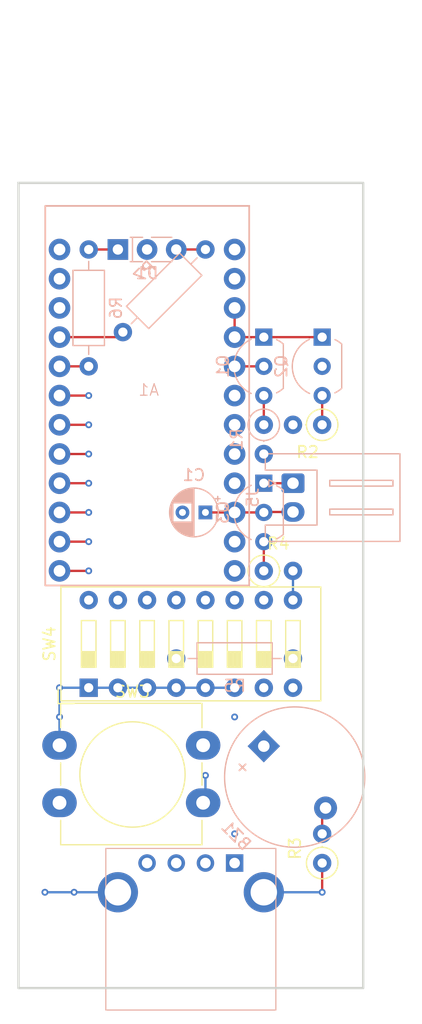
<source format=kicad_pcb>
(kicad_pcb (version 20240108) (generator "pcbnew") (generator_version "8.0")
  (title_block (title "Data Interface Protoboard Example") (rev "V1.0"))
  (layers (0 "F.Cu" signal "F.Bridges") (1 "In1.Cu" signal "F.Wires") (2 "In2.Cu" signal "B.Wires") (31 "B.Cu" signal "B.Bridges") (34 "B.Paste" user) (35 "F.Paste" user) (36 "B.SilkS" user "B.Silkscreen") (37 "F.SilkS" user "F.Silkscreen") (38 "B.Mask" user) (39 "F.Mask" user) (44 "Edge.Cuts" user))
  (net 0 "")
  (net 1 "GND")
  (net 2 "Net-(BZ1-+)")
  (net 3 "Net-(Q1-B)")
  (net 4 "Net-(Q2-B)")
  (net 5 "Net-(Q3-B)")
  (net 6 "/sw1_usb_trigger")
  (net 7 "/sw1_units")
  (net 8 "/sw1_newline")
  (net 9 "/sw1_buzzer")
  (net 10 "/sw1_tab")
  (net 11 "/sw1_space")
  (net 12 "/sw1_comma")
  (net 13 "/sw1_ctrl_a")
  (net 15 "Net-(A1-VCC)")
  (net 19 "Net-(A1-D3{slash}SCL)")
  (net 24 "Net-(A1-D2{slash}SDA)")
  (net 25 "Net-(D1-A2)")
  (net 26 "Net-(D1-A1)")
  (net 27 "Net-(J2-D+)")
  (net 28 "Net-(J2-D-)")
  (net 29 "Net-(A1-PadA3)")
  (net 31 "Net-(BZ1--)")
  (net 32 "Net-(R4-Pad2)")
  (net 33 "Net-(J5-Pin_2)")
  (footprint "Resistor_THT:R_Axial_DIN0207_L6.3mm_D2.5mm_P2.54mm_Vertical" (layer "F.Cu") (at 156.255 104.025)
    (property "Reference" "R4" (at 1.27 -2.37 0) (layer "F.SilkS"))
    (property "Value" "22K")
    (fp_line (start 1.37 0) (end 1.44 0) (stroke (width 0.12)) (layer "F.SilkS"))
    (fp_circle (center 0 0) (end 1.37 0) (stroke (width 0.12)) (fill none) (layer "F.SilkS"))
    (pad "1" thru_hole circle (at 0 0) (size 1.6 1.6) (drill 0.8) (layers "*.Cu" "*.Mask") (net 5 "Net-(Q3-B)"))
    (pad "2" thru_hole oval (at 2.54 0) (size 1.6 1.6) (drill 0.8) (layers "*.Cu" "*.Mask") (net 32 "Net-(R4-Pad2)"))
  )
  (footprint "Resistor_THT:R_Axial_DIN0207_L6.3mm_D2.5mm_P2.54mm_Vertical" (layer "F.Cu") (at 161.335 129.425 90)
    (property "Reference" "R3" (at 1.27 -2.37 90) (layer "F.SilkS"))
    (property "Value" "470")
    (fp_line (start 1.37 0) (end 1.44 0) (stroke (width 0.12)) (layer "F.SilkS"))
    (fp_circle (center 0 0) (end 1.37 0) (stroke (width 0.12)) (fill none) (layer "F.SilkS"))
    (pad "1" thru_hole circle (at 0 0 90) (size 1.6 1.6) (drill 0.8) (layers "*.Cu" "*.Mask") (net 1 "GND"))
    (pad "2" thru_hole oval (at 2.54 0 90) (size 1.6 1.6) (drill 0.8) (layers "*.Cu" "*.Mask") (net 31 "Net-(BZ1--)"))
  )
  (footprint "Button_Switch_THT:SW_PUSH-12mm_Wuerth-430476085716" (layer "F.Cu") (at 138.475 119.185)
    (property "Reference" "SW3" (at 6.35 -4.66 0) (layer "F.SilkS"))
    (property "Value" "SW_Push")
    (fp_line (start 0.1 -3.65) (end 12.4 -3.65) (stroke (width 0.12)) (layer "F.SilkS"))
    (fp_line (start 0.1 -1.53) (end 0.1 -3.65) (stroke (width 0.12)) (layer "F.SilkS"))
    (fp_line (start 0.1 3.47) (end 0.1 1.53) (stroke (width 0.12)) (layer "F.SilkS"))
    (fp_line (start 0.1 8.65) (end 0.1 6.53) (stroke (width 0.12)) (layer "F.SilkS"))
    (fp_line (start 12.4 -3.65) (end 12.4 -1.53) (stroke (width 0.12)) (layer "F.SilkS"))
    (fp_line (start 12.4 1.53) (end 12.4 3.47) (stroke (width 0.12)) (layer "F.SilkS"))
    (fp_line (start 12.4 6.53) (end 12.4 8.65) (stroke (width 0.12)) (layer "F.SilkS"))
    (fp_line (start 12.4 8.65) (end 0.1 8.65) (stroke (width 0.12)) (layer "F.SilkS"))
    (fp_circle (center 6.35 2.54) (end 10.92905 2.54) (stroke (width 0.12)) (fill none) (layer "F.SilkS"))
    (pad "1" thru_hole oval (at 0 0) (size 3 2.5) (drill 1.2) (layers "*.Cu" "*.Mask") (net 1 "GND"))
    (pad "1" thru_hole oval (at 12.5 0) (size 3 2.5) (drill 1.2) (layers "*.Cu" "*.Mask") (net 1 "GND"))
    (pad "2" thru_hole oval (at 0 5) (size 3 2.5) (drill 1.2) (layers "*.Cu" "*.Mask") (net 33 "Net-(J5-Pin_2)"))
    (pad "2" thru_hole oval (at 12.5 5) (size 3 2.5) (drill 1.2) (layers "*.Cu" "*.Mask") (net 33 "Net-(J5-Pin_2)"))
  )
  (footprint "Button_Switch_THT:SW_DIP_SPSTx08_Slide_9.78x22.5mm_W7.62mm_P2.54mm" (layer "F.Cu") (at 141.015 114.185 90)
    (property "Reference" "SW4" (at 3.81 -3.42 90) (layer "F.SilkS"))
    (property "Value" "SW_DIP_x08")
    (fp_line (start -1.38 -2.66) (end 0.004 -2.66) (stroke (width 0.12)) (layer "F.SilkS"))
    (fp_line (start -1.38 -2.66) (end -1.38 -1.277) (stroke (width 0.12)) (layer "F.SilkS"))
    (fp_line (start 8.76 -2.42) (end 8.76 20.201) (stroke (width 0.12)) (layer "F.SilkS"))
    (fp_line (start -1.14 -2.42) (end 8.76 -2.42) (stroke (width 0.12)) (layer "F.SilkS"))
    (fp_line (start -1.14 -2.42) (end -1.14 20.201) (stroke (width 0.12)) (layer "F.SilkS"))
    (fp_line (start 5.84 -0.635) (end 1.78 -0.635) (stroke (width 0.12)) (layer "F.SilkS"))
    (fp_line (start 3.133333 -0.635) (end 3.133333 0.635) (stroke (width 0.12)) (layer "F.SilkS"))
    (fp_line (start 1.78 -0.635) (end 1.78 0.635) (stroke (width 0.12)) (layer "F.SilkS"))
    (fp_line (start 1.78 -0.515) (end 3.133333 -0.515) (stroke (width 0.12)) (layer "F.SilkS"))
    (fp_line (start 1.78 -0.395) (end 3.133333 -0.395) (stroke (width 0.12)) (layer "F.SilkS"))
    (fp_line (start 1.78 -0.275) (end 3.133333 -0.275) (stroke (width 0.12)) (layer "F.SilkS"))
    (fp_line (start 1.78 -0.155) (end 3.133333 -0.155) (stroke (width 0.12)) (layer "F.SilkS"))
    (fp_line (start 1.78 -0.035) (end 3.133333 -0.035) (stroke (width 0.12)) (layer "F.SilkS"))
    (fp_line (start 1.78 0.085) (end 3.133333 0.085) (stroke (width 0.12)) (layer "F.SilkS"))
    (fp_line (start 1.78 0.205) (end 3.133333 0.205) (stroke (width 0.12)) (layer "F.SilkS"))
    (fp_line (start 1.78 0.325) (end 3.133333 0.325) (stroke (width 0.12)) (layer "F.SilkS"))
    (fp_line (start 1.78 0.445) (end 3.133333 0.445) (stroke (width 0.12)) (layer "F.SilkS"))
    (fp_line (start 1.78 0.565) (end 3.133333 0.565) (stroke (width 0.12)) (layer "F.SilkS"))
    (fp_line (start 5.84 0.635) (end 5.84 -0.635) (stroke (width 0.12)) (layer "F.SilkS"))
    (fp_line (start 1.78 0.635) (end 5.84 0.635) (stroke (width 0.12)) (layer "F.SilkS"))
    (fp_line (start 5.84 1.905) (end 1.78 1.905) (stroke (width 0.12)) (layer "F.SilkS"))
    (fp_line (start 3.133333 1.905) (end 3.133333 3.175) (stroke (width 0.12)) (layer "F.SilkS"))
    (fp_line (start 1.78 1.905) (end 1.78 3.175) (stroke (width 0.12)) (layer "F.SilkS"))
    (fp_line (start 1.78 2.025) (end 3.133333 2.025) (stroke (width 0.12)) (layer "F.SilkS"))
    (fp_line (start 1.78 2.145) (end 3.133333 2.145) (stroke (width 0.12)) (layer "F.SilkS"))
    (fp_line (start 1.78 2.265) (end 3.133333 2.265) (stroke (width 0.12)) (layer "F.SilkS"))
    (fp_line (start 1.78 2.385) (end 3.133333 2.385) (stroke (width 0.12)) (layer "F.SilkS"))
    (fp_line (start 1.78 2.505) (end 3.133333 2.505) (stroke (width 0.12)) (layer "F.SilkS"))
    (fp_line (start 1.78 2.625) (end 3.133333 2.625) (stroke (width 0.12)) (layer "F.SilkS"))
    (fp_line (start 1.78 2.745) (end 3.133333 2.745) (stroke (width 0.12)) (layer "F.SilkS"))
    (fp_line (start 1.78 2.865) (end 3.133333 2.865) (stroke (width 0.12)) (layer "F.SilkS"))
    (fp_line (start 1.78 2.985) (end 3.133333 2.985) (stroke (width 0.12)) (layer "F.SilkS"))
    (fp_line (start 1.78 3.105) (end 3.133333 3.105) (stroke (width 0.12)) (layer "F.SilkS"))
    (fp_line (start 5.84 3.175) (end 5.84 1.905) (stroke (width 0.12)) (layer "F.SilkS"))
    (fp_line (start 1.78 3.175) (end 5.84 3.175) (stroke (width 0.12)) (layer "F.SilkS"))
    (fp_line (start 5.84 4.445) (end 1.78 4.445) (stroke (width 0.12)) (layer "F.SilkS"))
    (fp_line (start 3.133333 4.445) (end 3.133333 5.715) (stroke (width 0.12)) (layer "F.SilkS"))
    (fp_line (start 1.78 4.445) (end 1.78 5.715) (stroke (width 0.12)) (layer "F.SilkS"))
    (fp_line (start 1.78 4.565) (end 3.133333 4.565) (stroke (width 0.12)) (layer "F.SilkS"))
    (fp_line (start 1.78 4.685) (end 3.133333 4.685) (stroke (width 0.12)) (layer "F.SilkS"))
    (fp_line (start 1.78 4.805) (end 3.133333 4.805) (stroke (width 0.12)) (layer "F.SilkS"))
    (fp_line (start 1.78 4.925) (end 3.133333 4.925) (stroke (width 0.12)) (layer "F.SilkS"))
    (fp_line (start 1.78 5.045) (end 3.133333 5.045) (stroke (width 0.12)) (layer "F.SilkS"))
    (fp_line (start 1.78 5.165) (end 3.133333 5.165) (stroke (width 0.12)) (layer "F.SilkS"))
    (fp_line (start 1.78 5.285) (end 3.133333 5.285) (stroke (width 0.12)) (layer "F.SilkS"))
    (fp_line (start 1.78 5.405) (end 3.133333 5.405) (stroke (width 0.12)) (layer "F.SilkS"))
    (fp_line (start 1.78 5.525) (end 3.133333 5.525) (stroke (width 0.12)) (layer "F.SilkS"))
    (fp_line (start 1.78 5.645) (end 3.133333 5.645) (stroke (width 0.12)) (layer "F.SilkS"))
    (fp_line (start 5.84 5.715) (end 5.84 4.445) (stroke (width 0.12)) (layer "F.SilkS"))
    (fp_line (start 1.78 5.715) (end 5.84 5.715) (stroke (width 0.12)) (layer "F.SilkS"))
    (fp_line (start 5.84 6.985) (end 1.78 6.985) (stroke (width 0.12)) (layer "F.SilkS"))
    (fp_line (start 3.133333 6.985) (end 3.133333 8.255) (stroke (width 0.12)) (layer "F.SilkS"))
    (fp_line (start 1.78 6.985) (end 1.78 8.255) (stroke (width 0.12)) (layer "F.SilkS"))
    (fp_line (start 1.78 7.105) (end 3.133333 7.105) (stroke (width 0.12)) (layer "F.SilkS"))
    (fp_line (start 1.78 7.225) (end 3.133333 7.225) (stroke (width 0.12)) (layer "F.SilkS"))
    (fp_line (start 1.78 7.345) (end 3.133333 7.345) (stroke (width 0.12)) (layer "F.SilkS"))
    (fp_line (start 1.78 7.465) (end 3.133333 7.465) (stroke (width 0.12)) (layer "F.SilkS"))
    (fp_line (start 1.78 7.585) (end 3.133333 7.585) (stroke (width 0.12)) (layer "F.SilkS"))
    (fp_line (start 1.78 7.705) (end 3.133333 7.705) (stroke (width 0.12)) (layer "F.SilkS"))
    (fp_line (start 1.78 7.825) (end 3.133333 7.825) (stroke (width 0.12)) (layer "F.SilkS"))
    (fp_line (start 1.78 7.945) (end 3.133333 7.945) (stroke (width 0.12)) (layer "F.SilkS"))
    (fp_line (start 1.78 8.065) (end 3.133333 8.065) (stroke (width 0.12)) (layer "F.SilkS"))
    (fp_line (start 1.78 8.185) (end 3.133333 8.185) (stroke (width 0.12)) (layer "F.SilkS"))
    (fp_line (start 5.84 8.255) (end 5.84 6.985) (stroke (width 0.12)) (layer "F.SilkS"))
    (fp_line (start 1.78 8.255) (end 5.84 8.255) (stroke (width 0.12)) (layer "F.SilkS"))
    (fp_line (start 5.84 9.525) (end 1.78 9.525) (stroke (width 0.12)) (layer "F.SilkS"))
    (fp_line (start 3.133333 9.525) (end 3.133333 10.795) (stroke (width 0.12)) (layer "F.SilkS"))
    (fp_line (start 1.78 9.525) (end 1.78 10.795) (stroke (width 0.12)) (layer "F.SilkS"))
    (fp_line (start 1.78 9.645) (end 3.133333 9.645) (stroke (width 0.12)) (layer "F.SilkS"))
    (fp_line (start 1.78 9.765) (end 3.133333 9.765) (stroke (width 0.12)) (layer "F.SilkS"))
    (fp_line (start 1.78 9.885) (end 3.133333 9.885) (stroke (width 0.12)) (layer "F.SilkS"))
    (fp_line (start 1.78 10.005) (end 3.133333 10.005) (stroke (width 0.12)) (layer "F.SilkS"))
    (fp_line (start 1.78 10.125) (end 3.133333 10.125) (stroke (width 0.12)) (layer "F.SilkS"))
    (fp_line (start 1.78 10.245) (end 3.133333 10.245) (stroke (width 0.12)) (layer "F.SilkS"))
    (fp_line (start 1.78 10.365) (end 3.133333 10.365) (stroke (width 0.12)) (layer "F.SilkS"))
    (fp_line (start 1.78 10.485) (end 3.133333 10.485) (stroke (width 0.12)) (layer "F.SilkS"))
    (fp_line (start 1.78 10.605) (end 3.133333 10.605) (stroke (width 0.12)) (layer "F.SilkS"))
    (fp_line (start 1.78 10.725) (end 3.133333 10.725) (stroke (width 0.12)) (layer "F.SilkS"))
    (fp_line (start 5.84 10.795) (end 5.84 9.525) (stroke (width 0.12)) (layer "F.SilkS"))
    (fp_line (start 1.78 10.795) (end 5.84 10.795) (stroke (width 0.12)) (layer "F.SilkS"))
    (fp_line (start 5.84 12.065) (end 1.78 12.065) (stroke (width 0.12)) (layer "F.SilkS"))
    (fp_line (start 3.133333 12.065) (end 3.133333 13.335) (stroke (width 0.12)) (layer "F.SilkS"))
    (fp_line (start 1.78 12.065) (end 1.78 13.335) (stroke (width 0.12)) (layer "F.SilkS"))
    (fp_line (start 1.78 12.185) (end 3.133333 12.185) (stroke (width 0.12)) (layer "F.SilkS"))
    (fp_line (start 1.78 12.305) (end 3.133333 12.305) (stroke (width 0.12)) (layer "F.SilkS"))
    (fp_line (start 1.78 12.425) (end 3.133333 12.425) (stroke (width 0.12)) (layer "F.SilkS"))
    (fp_line (start 1.78 12.545) (end 3.133333 12.545) (stroke (width 0.12)) (layer "F.SilkS"))
    (fp_line (start 1.78 12.665) (end 3.133333 12.665) (stroke (width 0.12)) (layer "F.SilkS"))
    (fp_line (start 1.78 12.785) (end 3.133333 12.785) (stroke (width 0.12)) (layer "F.SilkS"))
    (fp_line (start 1.78 12.905) (end 3.133333 12.905) (stroke (width 0.12)) (layer "F.SilkS"))
    (fp_line (start 1.78 13.025) (end 3.133333 13.025) (stroke (width 0.12)) (layer "F.SilkS"))
    (fp_line (start 1.78 13.145) (end 3.133333 13.145) (stroke (width 0.12)) (layer "F.SilkS"))
    (fp_line (start 1.78 13.265) (end 3.133333 13.265) (stroke (width 0.12)) (layer "F.SilkS"))
    (fp_line (start 5.84 13.335) (end 5.84 12.065) (stroke (width 0.12)) (layer "F.SilkS"))
    (fp_line (start 1.78 13.335) (end 5.84 13.335) (stroke (width 0.12)) (layer "F.SilkS"))
    (fp_line (start 5.84 14.605) (end 1.78 14.605) (stroke (width 0.12)) (layer "F.SilkS"))
    (fp_line (start 3.133333 14.605) (end 3.133333 15.875) (stroke (width 0.12)) (layer "F.SilkS"))
    (fp_line (start 1.78 14.605) (end 1.78 15.875) (stroke (width 0.12)) (layer "F.SilkS"))
    (fp_line (start 1.78 14.725) (end 3.133333 14.725) (stroke (width 0.12)) (layer "F.SilkS"))
    (fp_line (start 1.78 14.845) (end 3.133333 14.845) (stroke (width 0.12)) (layer "F.SilkS"))
    (fp_line (start 1.78 14.965) (end 3.133333 14.965) (stroke (width 0.12)) (layer "F.SilkS"))
    (fp_line (start 1.78 15.085) (end 3.133333 15.085) (stroke (width 0.12)) (layer "F.SilkS"))
    (fp_line (start 1.78 15.205) (end 3.133333 15.205) (stroke (width 0.12)) (layer "F.SilkS"))
    (fp_line (start 1.78 15.325) (end 3.133333 15.325) (stroke (width 0.12)) (layer "F.SilkS"))
    (fp_line (start 1.78 15.445) (end 3.133333 15.445) (stroke (width 0.12)) (layer "F.SilkS"))
    (fp_line (start 1.78 15.565) (end 3.133333 15.565) (stroke (width 0.12)) (layer "F.SilkS"))
    (fp_line (start 1.78 15.685) (end 3.133333 15.685) (stroke (width 0.12)) (layer "F.SilkS"))
    (fp_line (start 1.78 15.805) (end 3.133333 15.805) (stroke (width 0.12)) (layer "F.SilkS"))
    (fp_line (start 5.84 15.875) (end 5.84 14.605) (stroke (width 0.12)) (layer "F.SilkS"))
    (fp_line (start 1.78 15.875) (end 5.84 15.875) (stroke (width 0.12)) (layer "F.SilkS"))
    (fp_line (start 5.84 17.145) (end 1.78 17.145) (stroke (width 0.12)) (layer "F.SilkS"))
    (fp_line (start 3.133333 17.145) (end 3.133333 18.415) (stroke (width 0.12)) (layer "F.SilkS"))
    (fp_line (start 1.78 17.145) (end 1.78 18.415) (stroke (width 0.12)) (layer "F.SilkS"))
    (fp_line (start 1.78 17.265) (end 3.133333 17.265) (stroke (width 0.12)) (layer "F.SilkS"))
    (fp_line (start 1.78 17.385) (end 3.133333 17.385) (stroke (width 0.12)) (layer "F.SilkS"))
    (fp_line (start 1.78 17.505) (end 3.133333 17.505) (stroke (width 0.12)) (layer "F.SilkS"))
    (fp_line (start 1.78 17.625) (end 3.133333 17.625) (stroke (width 0.12)) (layer "F.SilkS"))
    (fp_line (start 1.78 17.745) (end 3.133333 17.745) (stroke (width 0.12)) (layer "F.SilkS"))
    (fp_line (start 1.78 17.865) (end 3.133333 17.865) (stroke (width 0.12)) (layer "F.SilkS"))
    (fp_line (start 1.78 17.985) (end 3.133333 17.985) (stroke (width 0.12)) (layer "F.SilkS"))
    (fp_line (start 1.78 18.105) (end 3.133333 18.105) (stroke (width 0.12)) (layer "F.SilkS"))
    (fp_line (start 1.78 18.225) (end 3.133333 18.225) (stroke (width 0.12)) (layer "F.SilkS"))
    (fp_line (start 1.78 18.345) (end 3.133333 18.345) (stroke (width 0.12)) (layer "F.SilkS"))
    (fp_line (start 5.84 18.415) (end 5.84 17.145) (stroke (width 0.12)) (layer "F.SilkS"))
    (fp_line (start 1.78 18.415) (end 5.84 18.415) (stroke (width 0.12)) (layer "F.SilkS"))
    (fp_line (start -1.14 20.201) (end 8.76 20.201) (stroke (width 0.12)) (layer "F.SilkS"))
    (pad "1" thru_hole rect (at 0 0 90) (size 1.6 1.6) (drill 0.8) (layers "*.Cu" "*.Mask") (net 1 "GND"))
    (pad "2" thru_hole oval (at 0 2.54 90) (size 1.6 1.6) (drill 0.8) (layers "*.Cu" "*.Mask") (net 1 "GND"))
    (pad "3" thru_hole oval (at 0 5.08 90) (size 1.6 1.6) (drill 0.8) (layers "*.Cu" "*.Mask") (net 1 "GND"))
    (pad "4" thru_hole oval (at 0 7.62 90) (size 1.6 1.6) (drill 0.8) (layers "*.Cu" "*.Mask") (net 1 "GND"))
    (pad "5" thru_hole oval (at 0 10.16 90) (size 1.6 1.6) (drill 0.8) (layers "*.Cu" "*.Mask") (net 1 "GND"))
    (pad "6" thru_hole oval (at 0 12.7 90) (size 1.6 1.6) (drill 0.8) (layers "*.Cu" "*.Mask") (net 1 "GND"))
    (pad "7" thru_hole oval (at 0 15.24 90) (size 1.6 1.6) (drill 0.8) (layers "*.Cu" "*.Mask") (net 2 "Net-(BZ1-+)"))
    (pad "8" thru_hole oval (at 0 17.78 90) (size 1.6 1.6) (drill 0.8) (layers "*.Cu" "*.Mask") (net 6 "/sw1_usb_trigger"))
    (pad "9" thru_hole oval (at 7.62 17.78 90) (size 1.6 1.6) (drill 0.8) (layers "*.Cu" "*.Mask") (net 32 "Net-(R4-Pad2)"))
    (pad "10" thru_hole oval (at 7.62 15.24 90) (size 1.6 1.6) (drill 0.8) (layers "*.Cu" "*.Mask") (net 9 "/sw1_buzzer"))
    (pad "11" thru_hole oval (at 7.62 12.7 90) (size 1.6 1.6) (drill 0.8) (layers "*.Cu" "*.Mask") (net 11 "/sw1_space"))
    (pad "12" thru_hole oval (at 7.62 10.16 90) (size 1.6 1.6) (drill 0.8) (layers "*.Cu" "*.Mask") (net 12 "/sw1_comma"))
    (pad "13" thru_hole oval (at 7.62 7.62 90) (size 1.6 1.6) (drill 0.8) (layers "*.Cu" "*.Mask") (net 10 "/sw1_tab"))
    (pad "14" thru_hole oval (at 7.62 5.08 90) (size 1.6 1.6) (drill 0.8) (layers "*.Cu" "*.Mask") (net 8 "/sw1_newline"))
    (pad "15" thru_hole oval (at 7.62 2.54 90) (size 1.6 1.6) (drill 0.8) (layers "*.Cu" "*.Mask") (net 7 "/sw1_units"))
    (pad "16" thru_hole oval (at 7.62 0 90) (size 1.6 1.6) (drill 0.8) (layers "*.Cu" "*.Mask") (net 13 "/sw1_ctrl_a"))
  )
  (footprint "Resistor_THT:R_Axial_DIN0207_L6.3mm_D2.5mm_P2.54mm_Vertical" (layer "F.Cu") (at 161.335 91.325 180)
    (property "Reference" "R2" (at 1.27 -2.37 0) (layer "F.SilkS"))
    (property "Value" "22K")
    (fp_line (start 1.37 0) (end 1.44 0) (stroke (width 0.12)) (layer "F.SilkS"))
    (fp_circle (center 0 0) (end 1.37 0) (stroke (width 0.12)) (fill none) (layer "F.SilkS"))
    (pad "1" thru_hole circle (at 0 0 180) (size 1.6 1.6) (drill 0.8) (layers "*.Cu" "*.Mask") (net 4 "Net-(Q2-B)"))
    (pad "2" thru_hole oval (at 2.54 0 180) (size 1.6 1.6) (drill 0.8) (layers "*.Cu" "*.Mask") (net 28 "Net-(J2-D-)"))
  )
  (footprint "LED_THT:LED_Rectangular_W5.0mm_H2.0mm-3Pins" (layer "B.Cu") (at 143.555 76.085)
    (property "Reference" "D1" (at 2.54 2.06 0) (layer "B.SilkS") (effects (justify mirror)))
    (property "Value" "LED Red/Green")
    (fp_line (start 1.27 -1.06) (end 1.27 1.06) (stroke (width 0.12)) (layer "B.SilkS"))
    (fp_line (start 2.149 -1.06) (end 1.08 -1.06) (stroke (width 0.12)) (layer "B.SilkS"))
    (fp_line (start 2.149 1.06) (end 1.08 1.06) (stroke (width 0.12)) (layer "B.SilkS"))
    (fp_line (start 4.69 -1.06) (end 2.931 -1.06) (stroke (width 0.12)) (layer "B.SilkS"))
    (fp_line (start 4.69 1.06) (end 2.931 1.06) (stroke (width 0.12)) (layer "B.SilkS"))
    (pad "1" thru_hole rect (at 0 0) (size 1.8 1.8) (drill 0.9) (layers "*.Cu" "*.Mask") (net 26 "Net-(D1-A1)"))
    (pad "2" thru_hole circle (at 2.54 0) (size 1.8 1.8) (drill 0.9) (layers "*.Cu" "*.Mask") (net 1 "GND"))
    (pad "3" thru_hole circle (at 5.08 0) (size 1.8 1.8) (drill 0.9) (layers "*.Cu" "*.Mask") (net 25 "Net-(D1-A2)"))
  )
  (footprint "Package_TO_SOT_THT:TO-92L_Inline_Wide" (layer "B.Cu") (at 161.335 83.705 -90)
    (property "Reference" "Q2" (at 2.54 3.56 90) (layer "B.SilkS") (effects (justify mirror)))
    (property "Value" "2SC945")
    (fp_line (start 4.45 -1.7) (end 0.6 -1.7) (stroke (width 0.12)) (layer "B.SilkS"))
    (fp_arc (start 2.54 2.6) (mid 1.143021 2.192818) (end 0.1836 1.098807) (stroke (width 0.12)) (layer "B.SilkS"))
    (fp_arc (start 4.8964 1.098807) (mid 3.936979 2.192817) (end 2.54 2.6) (stroke (width 0.12)) (layer "B.SilkS"))
    (fp_arc (start 0.217369 -1.122045) (mid 0.389183 -1.423933) (end 0.6 -1.7) (stroke (width 0.12)) (layer "B.SilkS"))
    (fp_arc (start 4.45 -1.7) (mid 4.666594 -1.419753) (end 4.842383 -1.112264) (stroke (width 0.12)) (layer "B.SilkS"))
    (pad "1" thru_hole rect (at 0 0 270) (size 1.5 1.5) (drill 0.8) (layers "*.Cu" "*.Mask") (net 1 "GND"))
    (pad "2" thru_hole circle (at 2.54 0 270) (size 1.5 1.5) (drill 0.8) (layers "*.Cu" "*.Mask") (net 19 "Net-(A1-D3{slash}SCL)"))
    (pad "3" thru_hole circle (at 5.08 0 270) (size 1.5 1.5) (drill 0.8) (layers "*.Cu" "*.Mask") (net 4 "Net-(Q2-B)"))
  )
  (footprint "Resistor_THT:R_Axial_DIN0207_L6.3mm_D2.5mm_P2.54mm_Vertical" (layer "B.Cu") (at 156.255 91.325 -90)
    (property "Reference" "R1" (at 1.27 2.37 90) (layer "B.SilkS") (effects (justify mirror)))
    (property "Value" "22K")
    (fp_line (start 1.44 0) (end 1.37 0) (stroke (width 0.12)) (layer "B.SilkS"))
    (fp_circle (center 0 0) (end 1.37 0) (stroke (width 0.12)) (fill none) (layer "B.SilkS"))
    (pad "1" thru_hole circle (at 0 0 270) (size 1.6 1.6) (drill 0.8) (layers "*.Cu" "*.Mask") (net 3 "Net-(Q1-B)"))
    (pad "2" thru_hole oval (at 2.54 0 270) (size 1.6 1.6) (drill 0.8) (layers "*.Cu" "*.Mask") (net 27 "Net-(J2-D+)"))
  )
  (footprint "Package_TO_SOT_THT:TO-92L_Inline_Wide" (layer "B.Cu") (at 156.255 96.405 -90)
    (property "Reference" "Q3" (at 2.54 3.56 90) (layer "B.SilkS") (effects (justify mirror)))
    (property "Value" "2SC945")
    (fp_line (start 4.45 -1.7) (end 0.6 -1.7) (stroke (width 0.12)) (layer "B.SilkS"))
    (fp_arc (start 2.54 2.6) (mid 1.143021 2.192818) (end 0.1836 1.098807) (stroke (width 0.12)) (layer "B.SilkS"))
    (fp_arc (start 4.8964 1.098807) (mid 3.936979 2.192817) (end 2.54 2.6) (stroke (width 0.12)) (layer "B.SilkS"))
    (fp_arc (start 0.217369 -1.122045) (mid 0.389183 -1.423933) (end 0.6 -1.7) (stroke (width 0.12)) (layer "B.SilkS"))
    (fp_arc (start 4.45 -1.7) (mid 4.666594 -1.419753) (end 4.842383 -1.112264) (stroke (width 0.12)) (layer "B.SilkS"))
    (pad "1" thru_hole rect (at 0 0 270) (size 1.5 1.5) (drill 0.8) (layers "*.Cu" "*.Mask") (net 1 "GND"))
    (pad "2" thru_hole circle (at 2.54 0 270) (size 1.5 1.5) (drill 0.8) (layers "*.Cu" "*.Mask") (net 33 "Net-(J5-Pin_2)"))
    (pad "3" thru_hole circle (at 5.08 0 270) (size 1.5 1.5) (drill 0.8) (layers "*.Cu" "*.Mask") (net 5 "Net-(Q3-B)"))
  )
  (footprint "Custom:Qwiic_Pro_Micro_USB-C_Socket" (layer "B.Cu") (at 146.235 88.795 180)
    (property "Reference" "A1" (at 0 0.5 0) (layer "B.SilkS") (effects (font (thickness 0.1)) (justify mirror)))
    (property "Value" "Qwiic_Pro_Micro_USB-C")
    (fp_rect (start -8.75 16.5) (end 9 -16.5) (stroke (width 0.15)) (fill none) (layer "B.SilkS"))
    (pad "5V" thru_hole circle (at 7.76 5.09) (size 1.8796 1.8796) (drill 1.016) (layers "*.Cu" "*.Mask") (net 15 "Net-(A1-VCC)"))
    (pad "A0" thru_hole circle (at 7.76 -5.07) (size 1.8796 1.8796) (drill 1.016) (layers "*.Cu" "*.Mask") (net 10 "/sw1_tab"))
    (pad "A1" thru_hole circle (at 7.76 -2.53) (size 1.8796 1.8796) (drill 1.016) (layers "*.Cu" "*.Mask") (net 12 "/sw1_comma"))
    (pad "A2" thru_hole circle (at 7.76 0.01) (size 1.8796 1.8796) (drill 1.016) (layers "*.Cu" "*.Mask") (net 11 "/sw1_space"))
    (pad "A3" thru_hole circle (at 7.76 2.55) (size 1.8796 1.8796) (drill 1.016) (layers "*.Cu" "*.Mask") (net 29 "Net-(A1-PadA3)"))
    (pad "D2" thru_hole circle (at -7.48 2.55 180) (size 1.8796 1.8796) (drill 1.016) (layers "*.Cu" "*.Mask") (net 24 "Net-(A1-D2{slash}SDA)"))
    (pad "D3" thru_hole circle (at -7.48 0.01 180) (size 1.8796 1.8796) (drill 1.016) (layers "*.Cu" "*.Mask") (net 19 "Net-(A1-D3{slash}SCL)"))
    (pad "D4" thru_hole circle (at -7.48 -2.53 180) (size 1.8796 1.8796) (drill 1.016) (layers "*.Cu" "*.Mask"))
    (pad "D5" thru_hole circle (at -7.48 -5.07 180) (size 1.8796 1.8796) (drill 1.016) (layers "*.Cu" "*.Mask"))
    (pad "D6" thru_hole circle (at -7.48 -7.61 180) (size 1.8796 1.8796) (drill 1.016) (layers "*.Cu" "*.Mask"))
    (pad "D7" thru_hole circle (at -7.48 -10.15 180) (size 1.8796 1.8796) (drill 1.016) (layers "*.Cu" "*.Mask") (net 33 "Net-(J5-Pin_2)"))
    (pad "D8" thru_hole circle (at -7.48 -12.69 180) (size 1.8796 1.8796) (drill 1.016) (layers "*.Cu" "*.Mask"))
    (pad "D9" thru_hole circle (at -7.48 -15.23 180) (size 1.8796 1.8796) (drill 1.016) (layers "*.Cu" "*.Mask"))
    (pad "D10" thru_hole circle (at 7.76 -15.23) (size 1.8796 1.8796) (drill 1.016) (layers "*.Cu" "*.Mask") (net 9 "/sw1_buzzer"))
    (pad "D14" thru_hole circle (at 7.76 -10.15) (size 1.8796 1.8796) (drill 1.016) (layers "*.Cu" "*.Mask") (net 7 "/sw1_units"))
    (pad "D15" thru_hole circle (at 7.76 -7.61) (size 1.8796 1.8796) (drill 1.016) (layers "*.Cu" "*.Mask") (net 8 "/sw1_newline"))
    (pad "D16" thru_hole circle (at 7.76 -12.69) (size 1.8796 1.8796) (drill 1.016) (layers "*.Cu" "*.Mask") (net 13 "/sw1_ctrl_a"))
    (pad "GND0" thru_hole circle (at -7.48 7.63 180) (size 1.8796 1.8796) (drill 1.016) (layers "*.Cu" "*.Mask") (net 1 "GND"))
    (pad "GND1" thru_hole circle (at -7.48 5.09 180) (size 1.8796 1.8796) (drill 1.016) (layers "*.Cu" "*.Mask") (net 1 "GND"))
    (pad "GND2" thru_hole circle (at 7.76 10.17) (size 1.8796 1.8796) (drill 1.016) (layers "*.Cu" "*.Mask") (net 1 "GND"))
    (pad "RAW" thru_hole circle (at 7.76 12.71) (size 1.8796 1.8796) (drill 1.016) (layers "*.Cu" "*.Mask"))
    (pad "RST" thru_hole circle (at 7.76 7.63) (size 1.8796 1.8796) (drill 1.016) (layers "*.Cu" "*.Mask"))
    (pad "RX" thru_hole circle (at -7.48 10.17 180) (size 1.8796 1.8796) (drill 1.016) (layers "*.Cu" "*.Mask"))
    (pad "TX" thru_hole circle (at -7.48 12.71 180) (size 1.8796 1.8796) (drill 1.016) (layers "*.Cu" "*.Mask"))
  )
  (footprint "Resistor_THT:R_Axial_DIN0207_L6.3mm_D2.5mm_P10.16mm_Horizontal" (layer "B.Cu") (at 148.635 111.645)
    (property "Reference" "R5" (at 5.08 2.37 0) (layer "B.SilkS") (effects (justify mirror)))
    (property "Value" "47K")
    (fp_line (start 1.81 -1.37) (end 1.81 1.37) (stroke (width 0.12)) (layer "B.SilkS"))
    (fp_line (start 1.81 0) (end 1.04 0) (stroke (width 0.12)) (layer "B.SilkS"))
    (fp_line (start 1.81 1.37) (end 8.35 1.37) (stroke (width 0.12)) (layer "B.SilkS"))
    (fp_line (start 8.35 -1.37) (end 1.81 -1.37) (stroke (width 0.12)) (layer "B.SilkS"))
    (fp_line (start 8.35 0) (end 9.12 0) (stroke (width 0.12)) (layer "B.SilkS"))
    (fp_line (start 8.35 1.37) (end 8.35 -1.37) (stroke (width 0.12)) (layer "B.SilkS"))
    (pad "1" thru_hole circle (at 0 0) (size 1.6 1.6) (drill 0.8) (layers "*.Cu" "*.Mask") (net 1 "GND"))
    (pad "2" thru_hole oval (at 10.16 0) (size 1.6 1.6) (drill 0.8) (layers "*.Cu" "*.Mask") (net 32 "Net-(R4-Pad2)"))
  )
  (footprint "Buzzer_Beeper:Buzzer_12x9.5RM7.6" (layer "B.Cu") (at 156.255 119.265 -45)
    (property "Reference" "BZ1" (at 3.8 7.2 135) (layer "B.SilkS") (effects (justify mirror)))
    (property "Value" "Buzzer")
    (fp_circle (center 3.8 0) (end 9.9 0) (stroke (width 0.12)) (fill none) (layer "B.SilkS"))
    (fp_text user "+" (at -0.01 2.54 135) (layer "B.SilkS") (effects (justify mirror)))
    (pad "1" thru_hole rect (at 0 0 315) (size 2 2) (drill 1) (layers "*.Cu" "*.Mask") (net 2 "Net-(BZ1-+)"))
    (pad "2" thru_hole circle (at 7.600001 0 315) (size 2 2) (drill 1) (layers "*.Cu" "*.Mask") (net 31 "Net-(BZ1--)"))
  )
  (footprint "Resistor_THT:R_Axial_DIN0207_L6.3mm_D2.5mm_P10.16mm_Horizontal" (layer "B.Cu") (at 141.015 86.245 90)
    (property "Reference" "R6" (at 5.08 2.370001 90) (layer "B.SilkS") (effects (justify mirror)))
    (property "Value" "220")
    (fp_line (start 8.35 -1.37) (end 1.81 -1.37) (stroke (width 0.12)) (layer "B.SilkS"))
    (fp_line (start 1.81 -1.37) (end 1.81 1.37) (stroke (width 0.12)) (layer "B.SilkS"))
    (fp_line (start 8.350001 0) (end 9.12 0) (stroke (width 0.12)) (layer "B.SilkS"))
    (fp_line (start 1.81 0) (end 1.04 0) (stroke (width 0.12)) (layer "B.SilkS"))
    (fp_line (start 8.35 1.37) (end 8.35 -1.37) (stroke (width 0.12)) (layer "B.SilkS"))
    (fp_line (start 1.81 1.37) (end 8.35 1.37) (stroke (width 0.12)) (layer "B.SilkS"))
    (pad "1" thru_hole circle (at 0 0 90) (size 1.6 1.6) (drill 0.8) (layers "*.Cu" "*.Mask") (net 29 "Net-(A1-PadA3)"))
    (pad "2" thru_hole oval (at 10.16 0 90) (size 1.6 1.6) (drill 0.8) (layers "*.Cu" "*.Mask") (net 26 "Net-(D1-A1)"))
  )
  (footprint "Connector_JST:JST_XH_S2B-XH-A_1x02_P2.50mm_Horizontal" (layer "B.Cu") (at 158.795 96.405 -90)
    (property "Reference" "J5" (at 1.25 3.5 90) (layer "B.SilkS") (effects (justify mirror)))
    (property "Value" "Trigger Button Input Connector")
    (fp_line (start -2.56 2.41) (end -2.56 -9.31) (stroke (width 0.12)) (layer "B.SilkS"))
    (fp_line (start -1.14 2.41) (end -2.56 2.41) (stroke (width 0.12)) (layer "B.SilkS"))
    (fp_line (start 3.64 2.41) (end 5.06 2.41) (stroke (width 0.12)) (layer "B.SilkS"))
    (fp_line (start 5.06 2.41) (end 5.06 -9.31) (stroke (width 0.12)) (layer "B.SilkS"))
    (fp_line (start -0.3 2.1) (end 0 1.5) (stroke (width 0.12)) (layer "B.SilkS"))
    (fp_line (start 0.3 2.1) (end -0.3 2.1) (stroke (width 0.12)) (layer "B.SilkS"))
    (fp_line (start 0 1.5) (end 0.3 2.1) (stroke (width 0.12)) (layer "B.SilkS"))
    (fp_line (start -1.14 -2.09) (end -1.14 2.41) (stroke (width 0.12)) (layer "B.SilkS"))
    (fp_line (start 1.25 -2.09) (end -1.14 -2.09) (stroke (width 0.12)) (layer "B.SilkS"))
    (fp_line (start 1.25 -2.09) (end 3.64 -2.09) (stroke (width 0.12)) (layer "B.SilkS"))
    (fp_line (start 3.64 -2.09) (end 3.64 2.41) (stroke (width 0.12)) (layer "B.SilkS"))
    (fp_line (start -0.25 -3.2) (end 0.25 -3.2) (stroke (width 0.12)) (layer "B.SilkS"))
    (fp_line (start 0.25 -3.2) (end 0.25 -8.7) (stroke (width 0.12)) (layer "B.SilkS"))
    (fp_line (start 2.25 -3.2) (end 2.75 -3.2) (stroke (width 0.12)) (layer "B.SilkS"))
    (fp_line (start 2.75 -3.2) (end 2.75 -8.7) (stroke (width 0.12)) (layer "B.SilkS"))
    (fp_line (start -0.25 -8.7) (end -0.25 -3.2) (stroke (width 0.12)) (layer "B.SilkS"))
    (fp_line (start 0.25 -8.7) (end -0.25 -8.7) (stroke (width 0.12)) (layer "B.SilkS"))
    (fp_line (start 2.25 -8.7) (end 2.25 -3.2) (stroke (width 0.12)) (layer "B.SilkS"))
    (fp_line (start 2.75 -8.7) (end 2.25 -8.7) (stroke (width 0.12)) (layer "B.SilkS"))
    (fp_line (start -2.56 -9.31) (end 1.25 -9.31) (stroke (width 0.12)) (layer "B.SilkS"))
    (fp_line (start 5.06 -9.31) (end 1.25 -9.31) (stroke (width 0.12)) (layer "B.SilkS"))
    (pad "1" thru_hole roundrect (at 0 0 270) (size 1.7 2) (drill 1) (layers "*.Cu" "*.Mask") (roundrect_rratio 0.147059) (net 1 "GND"))
    (pad "2" thru_hole oval (at 2.5 0 270) (size 1.7 2) (drill 1) (layers "*.Cu" "*.Mask") (net 33 "Net-(J5-Pin_2)"))
  )
  (footprint "Resistor_THT:R_Axial_DIN0207_L6.3mm_D2.5mm_P10.16mm_Horizontal" (layer "B.Cu") (at 151.175 76.085 -135)
    (property "Reference" "R7" (at 5.08 2.370001 45) (layer "B.SilkS") (effects (justify mirror)))
    (property "Value" "10K")
    (fp_line (start 8.35 1.37) (end 8.35 -1.37) (stroke (width 0.12)) (layer "B.SilkS"))
    (fp_line (start 8.350001 0) (end 9.12 0) (stroke (width 0.12)) (layer "B.SilkS"))
    (fp_line (start 8.35 -1.37) (end 1.81 -1.37) (stroke (width 0.12)) (layer "B.SilkS"))
    (fp_line (start 1.81 1.37) (end 8.35 1.37) (stroke (width 0.12)) (layer "B.SilkS"))
    (fp_line (start 1.81 0) (end 1.04 0) (stroke (width 0.12)) (layer "B.SilkS"))
    (fp_line (start 1.81 -1.37) (end 1.81 1.37) (stroke (width 0.12)) (layer "B.SilkS"))
    (pad "1" thru_hole circle (at 0 0 225) (size 1.6 1.6) (drill 0.8) (layers "*.Cu" "*.Mask") (net 25 "Net-(D1-A2)"))
    (pad "2" thru_hole oval (at 10.16 0 225) (size 1.6 1.6) (drill 0.8) (layers "*.Cu" "*.Mask") (net 15 "Net-(A1-VCC)"))
  )
  (footprint "Custom:USB_A_Horizontal" (layer "B.Cu") (at 149.905 135.775 180)
    (property "Reference" "J2" (hide yes))
    (property "Value" "USB_A" (hide yes))
    (fp_rect (start -7.4 7.62) (end 7.4 -6.43) (stroke (width 0.1)) (fill none) (layer "B.SilkS"))
    (pad "1" thru_hole rect (at -3.81 6.35 180) (size 1.524 1.524) (drill 0.92) (layers "*.Cu" "*.Mask") (net 6 "/sw1_usb_trigger"))
    (pad "2" thru_hole circle (at -1.27 6.35 180) (size 1.524 1.524) (drill 0.92) (layers "*.Cu" "*.Mask") (net 28 "Net-(J2-D-)"))
    (pad "3" thru_hole circle (at 1.27 6.35 180) (size 1.524 1.524) (drill 0.92) (layers "*.Cu" "*.Mask") (net 27 "Net-(J2-D+)"))
    (pad "4" thru_hole circle (at 3.81 6.35 180) (size 1.524 1.524) (drill 0.92) (layers "*.Cu" "*.Mask") (net 1 "GND"))
    (pad "5" thru_hole circle (at -6.35 3.81 180) (size 3.5 3.5) (drill 2.3) (layers "*.Cu" "*.Mask") (net 1 "GND"))
    (pad "5" thru_hole circle (at 6.35 3.81 180) (size 3.5 3.5) (drill 2.3) (layers "*.Cu" "*.Mask") (net 1 "GND"))
  )
  (footprint "Package_TO_SOT_THT:TO-92L_Inline_Wide" (layer "B.Cu") (at 156.255 83.705 -90)
    (property "Reference" "Q1" (at 2.54 3.56 90) (layer "B.SilkS") (effects (justify mirror)))
    (property "Value" "2SC945")
    (fp_line (start 4.45 -1.7) (end 0.6 -1.7) (stroke (width 0.12)) (layer "B.SilkS"))
    (fp_arc (start 2.54 2.6) (mid 1.143021 2.192818) (end 0.1836 1.098807) (stroke (width 0.12)) (layer "B.SilkS"))
    (fp_arc (start 4.8964 1.098807) (mid 3.936979 2.192817) (end 2.54 2.6) (stroke (width 0.12)) (layer "B.SilkS"))
    (fp_arc (start 0.217369 -1.122045) (mid 0.389183 -1.423933) (end 0.6 -1.7) (stroke (width 0.12)) (layer "B.SilkS"))
    (fp_arc (start 4.45 -1.7) (mid 4.666594 -1.419753) (end 4.842383 -1.112264) (stroke (width 0.12)) (layer "B.SilkS"))
    (pad "1" thru_hole rect (at 0 0 270) (size 1.5 1.5) (drill 0.8) (layers "*.Cu" "*.Mask") (net 1 "GND"))
    (pad "2" thru_hole circle (at 2.54 0 270) (size 1.5 1.5) (drill 0.8) (layers "*.Cu" "*.Mask") (net 24 "Net-(A1-D2{slash}SDA)"))
    (pad "3" thru_hole circle (at 5.08 0 270) (size 1.5 1.5) (drill 0.8) (layers "*.Cu" "*.Mask") (net 3 "Net-(Q1-B)"))
  )
  (footprint "Capacitor_THT:CP_Radial_D4.0mm_P2.00mm" (layer "B.Cu") (at 151.175 98.945 180)
    (property "Reference" "C1" (at 1 3.25 0) (layer "B.SilkS") (effects (justify mirror)))
    (property "Value" "2.2uF")
    (fp_line (start 3.081 -0.37) (end 3.081 0.37) (stroke (width 0.12)) (layer "B.SilkS"))
    (fp_line (start 3.041 -0.537) (end 3.041 0.537) (stroke (width 0.12)) (layer "B.SilkS"))
    (fp_line (start 3.001 -0.664) (end 3.001 0.664) (stroke (width 0.12)) (layer "B.SilkS"))
    (fp_line (start 2.961 -0.768) (end 2.961 0.768) (stroke (width 0.12)) (layer "B.SilkS"))
    (fp_line (start 2.921 -0.859) (end 2.921 0.859) (stroke (width 0.12)) (layer "B.SilkS"))
    (fp_line (start 2.881 -0.94) (end 2.881 0.94) (stroke (width 0.12)) (layer "B.SilkS"))
    (fp_line (start 2.841 -1.013) (end 2.841 1.013) (stroke (width 0.12)) (layer "B.SilkS"))
    (fp_line (start 2.801 0.84) (end 2.801 1.08) (stroke (width 0.12)) (layer "B.SilkS"))
    (fp_line (start 2.801 -1.08) (end 2.801 -0.84) (stroke (width 0.12)) (layer "B.SilkS"))
    (fp_line (start 2.761 0.84) (end 2.761 1.142) (stroke (width 0.12)) (layer "B.SilkS"))
    (fp_line (start 2.761 -1.142) (end 2.761 -0.84) (stroke (width 0.12)) (layer "B.SilkS"))
    (fp_line (start 2.721 0.84) (end 2.721 1.2) (stroke (width 0.12)) (layer "B.SilkS"))
    (fp_line (start 2.721 -1.2) (end 2.721 -0.84) (stroke (width 0.12)) (layer "B.SilkS"))
    (fp_line (start 2.681 0.84) (end 2.681 1.254) (stroke (width 0.12)) (layer "B.SilkS"))
    (fp_line (start 2.681 -1.254) (end 2.681 -0.84) (stroke (width 0.12)) (layer "B.SilkS"))
    (fp_line (start 2.641 0.84) (end 2.641 1.304) (stroke (width 0.12)) (layer "B.SilkS"))
    (fp_line (start 2.641 -1.304) (end 2.641 -0.84) (stroke (width 0.12)) (layer "B.SilkS"))
    (fp_line (start 2.601 0.84) (end 2.601 1.351) (stroke (width 0.12)) (layer "B.SilkS"))
    (fp_line (start 2.601 -1.351) (end 2.601 -0.84) (stroke (width 0.12)) (layer "B.SilkS"))
    (fp_line (start 2.561 0.84) (end 2.561 1.396) (stroke (width 0.12)) (layer "B.SilkS"))
    (fp_line (start 2.561 -1.396) (end 2.561 -0.84) (stroke (width 0.12)) (layer "B.SilkS"))
    (fp_line (start 2.521 0.84) (end 2.521 1.438) (stroke (width 0.12)) (layer "B.SilkS"))
    (fp_line (start 2.521 -1.438) (end 2.521 -0.84) (stroke (width 0.12)) (layer "B.SilkS"))
    (fp_line (start 2.481 0.84) (end 2.481 1.478) (stroke (width 0.12)) (layer "B.SilkS"))
    (fp_line (start 2.481 -1.478) (end 2.481 -0.84) (stroke (width 0.12)) (layer "B.SilkS"))
    (fp_line (start 2.441 0.84) (end 2.441 1.516) (stroke (width 0.12)) (layer "B.SilkS"))
    (fp_line (start 2.441 -1.516) (end 2.441 -0.84) (stroke (width 0.12)) (layer "B.SilkS"))
    (fp_line (start 2.401 0.84) (end 2.401 1.552) (stroke (width 0.12)) (layer "B.SilkS"))
    (fp_line (start 2.401 -1.552) (end 2.401 -0.84) (stroke (width 0.12)) (layer "B.SilkS"))
    (fp_line (start 2.361 0.84) (end 2.361 1.587) (stroke (width 0.12)) (layer "B.SilkS"))
    (fp_line (start 2.361 -1.587) (end 2.361 -0.84) (stroke (width 0.12)) (layer "B.SilkS"))
    (fp_line (start 2.321 0.84) (end 2.321 1.619) (stroke (width 0.12)) (layer "B.SilkS"))
    (fp_line (start 2.321 -1.619) (end 2.321 -0.84) (stroke (width 0.12)) (layer "B.SilkS"))
    (fp_line (start 2.281 0.84) (end 2.281 1.65) (stroke (width 0.12)) (layer "B.SilkS"))
    (fp_line (start 2.281 -1.65) (end 2.281 -0.84) (stroke (width 0.12)) (layer "B.SilkS"))
    (fp_line (start 2.241 0.84) (end 2.241 1.68) (stroke (width 0.12)) (layer "B.SilkS"))
    (fp_line (start 2.241 -1.68) (end 2.241 -0.84) (stroke (width 0.12)) (layer "B.SilkS"))
    (fp_line (start 2.201 0.84) (end 2.201 1.708) (stroke (width 0.12)) (layer "B.SilkS"))
    (fp_line (start 2.201 -1.708) (end 2.201 -0.84) (stroke (width 0.12)) (layer "B.SilkS"))
    (fp_line (start 2.161 0.84) (end 2.161 1.735) (stroke (width 0.12)) (layer "B.SilkS"))
    (fp_line (start 2.161 -1.735) (end 2.161 -0.84) (stroke (width 0.12)) (layer "B.SilkS"))
    (fp_line (start 2.121 0.84) (end 2.121 1.76) (stroke (width 0.12)) (layer "B.SilkS"))
    (fp_line (start 2.121 -1.76) (end 2.121 -0.84) (stroke (width 0.12)) (layer "B.SilkS"))
    (fp_line (start 2.081 0.84) (end 2.081 1.785) (stroke (width 0.12)) (layer "B.SilkS"))
    (fp_line (start 2.081 -1.785) (end 2.081 -0.84) (stroke (width 0.12)) (layer "B.SilkS"))
    (fp_line (start 2.041 0.84) (end 2.041 1.808) (stroke (width 0.12)) (layer "B.SilkS"))
    (fp_line (start 2.041 -1.808) (end 2.041 -0.84) (stroke (width 0.12)) (layer "B.SilkS"))
    (fp_line (start 2.001 0.84) (end 2.001 1.83) (stroke (width 0.12)) (layer "B.SilkS"))
    (fp_line (start 2.001 -1.83) (end 2.001 -0.84) (stroke (width 0.12)) (layer "B.SilkS"))
    (fp_line (start 1.961 0.84) (end 1.961 1.851) (stroke (width 0.12)) (layer "B.SilkS"))
    (fp_line (start 1.961 -1.851) (end 1.961 -0.84) (stroke (width 0.12)) (layer "B.SilkS"))
    (fp_line (start 1.921 0.84) (end 1.921 1.87) (stroke (width 0.12)) (layer "B.SilkS"))
    (fp_line (start 1.921 -1.87) (end 1.921 -0.84) (stroke (width 0.12)) (layer "B.SilkS"))
    (fp_line (start 1.881 0.84) (end 1.881 1.889) (stroke (width 0.12)) (layer "B.SilkS"))
    (fp_line (start 1.881 -1.889) (end 1.881 -0.84) (stroke (width 0.12)) (layer "B.SilkS"))
    (fp_line (start 1.841 0.84) (end 1.841 1.907) (stroke (width 0.12)) (layer "B.SilkS"))
    (fp_line (start 1.841 -1.907) (end 1.841 -0.84) (stroke (width 0.12)) (layer "B.SilkS"))
    (fp_line (start 1.801 0.84) (end 1.801 1.924) (stroke (width 0.12)) (layer "B.SilkS"))
    (fp_line (start 1.801 -1.924) (end 1.801 -0.84) (stroke (width 0.12)) (layer "B.SilkS"))
    (fp_line (start 1.761 0.84) (end 1.761 1.94) (stroke (width 0.12)) (layer "B.SilkS"))
    (fp_line (start 1.761 -1.94) (end 1.761 -0.84) (stroke (width 0.12)) (layer "B.SilkS"))
    (fp_line (start 1.721 0.84) (end 1.721 1.954) (stroke (width 0.12)) (layer "B.SilkS"))
    (fp_line (start 1.721 -1.954) (end 1.721 -0.84) (stroke (width 0.12)) (layer "B.SilkS"))
    (fp_line (start 1.68 0.84) (end 1.68 1.968) (stroke (width 0.12)) (layer "B.SilkS"))
    (fp_line (start 1.68 -1.968) (end 1.68 -0.84) (stroke (width 0.12)) (layer "B.SilkS"))
    (fp_line (start 1.64 0.84) (end 1.64 1.982) (stroke (width 0.12)) (layer "B.SilkS"))
    (fp_line (start 1.64 -1.982) (end 1.64 -0.84) (stroke (width 0.12)) (layer "B.SilkS"))
    (fp_line (start 1.6 0.84) (end 1.6 1.994) (stroke (width 0.12)) (layer "B.SilkS"))
    (fp_line (start 1.6 -1.994) (end 1.6 -0.84) (stroke (width 0.12)) (layer "B.SilkS"))
    (fp_line (start 1.56 0.84) (end 1.56 2.005) (stroke (width 0.12)) (layer "B.SilkS"))
    (fp_line (start 1.56 -2.005) (end 1.56 -0.84) (stroke (width 0.12)) (layer "B.SilkS"))
    (fp_line (start 1.52 0.84) (end 1.52 2.016) (stroke (width 0.12)) (layer "B.SilkS"))
    (fp_line (start 1.52 -2.016) (end 1.52 -0.84) (stroke (width 0.12)) (layer "B.SilkS"))
    (fp_line (start 1.48 0.84) (end 1.48 2.025) (stroke (width 0.12)) (layer "B.SilkS"))
    (fp_line (start 1.48 -2.025) (end 1.48 -0.84) (stroke (width 0.12)) (layer "B.SilkS"))
    (fp_line (start 1.44 0.84) (end 1.44 2.034) (stroke (width 0.12)) (layer "B.SilkS"))
    (fp_line (start 1.44 -2.034) (end 1.44 -0.84) (stroke (width 0.12)) (layer "B.SilkS"))
    (fp_line (start 1.4 0.84) (end 1.4 2.042) (stroke (width 0.12)) (layer "B.SilkS"))
    (fp_line (start 1.4 -2.042) (end 1.4 -0.84) (stroke (width 0.12)) (layer "B.SilkS"))
    (fp_line (start 1.36 0.84) (end 1.36 2.05) (stroke (width 0.12)) (layer "B.SilkS"))
    (fp_line (start 1.36 -2.05) (end 1.36 -0.84) (stroke (width 0.12)) (layer "B.SilkS"))
    (fp_line (start 1.32 0.84) (end 1.32 2.056) (stroke (width 0.12)) (layer "B.SilkS"))
    (fp_line (start 1.32 -2.056) (end 1.32 -0.84) (stroke (width 0.12)) (layer "B.SilkS"))
    (fp_line (start 1.28 0.84) (end 1.28 2.062) (stroke (width 0.12)) (layer "B.SilkS"))
    (fp_line (start 1.28 -2.062) (end 1.28 -0.84) (stroke (width 0.12)) (layer "B.SilkS"))
    (fp_line (start 1.24 0.84) (end 1.24 2.067) (stroke (width 0.12)) (layer "B.SilkS"))
    (fp_line (start 1.24 -2.067) (end 1.24 -0.84) (stroke (width 0.12)) (layer "B.SilkS"))
    (fp_line (start 1.2 0.84) (end 1.2 2.071) (stroke (width 0.12)) (layer "B.SilkS"))
    (fp_line (start 1.2 -2.071) (end 1.2 -0.84) (stroke (width 0.12)) (layer "B.SilkS"))
    (fp_line (start 1.16 -2.074) (end 1.16 2.074) (stroke (width 0.12)) (layer "B.SilkS"))
    (fp_line (start 1.12 -2.077) (end 1.12 2.077) (stroke (width 0.12)) (layer "B.SilkS"))
    (fp_line (start 1.08 -2.079) (end 1.08 2.079) (stroke (width 0.12)) (layer "B.SilkS"))
    (fp_line (start 1.04 -2.08) (end 1.04 2.08) (stroke (width 0.12)) (layer "B.SilkS"))
    (fp_line (start 1 -2.08) (end 1 2.08) (stroke (width 0.12)) (layer "B.SilkS"))
    (fp_line (start -0.869801 1.195) (end -1.269801 1.195) (stroke (width 0.12)) (layer "B.SilkS"))
    (fp_line (start -1.069801 0.995) (end -1.069801 1.395) (stroke (width 0.12)) (layer "B.SilkS"))
    (fp_circle (center 1 0) (end 3.12 0) (stroke (width 0.12)) (fill none) (layer "B.SilkS"))
    (pad "1" thru_hole rect (at 0 0 180) (size 1.2 1.2) (drill 0.6) (layers "*.Cu" "*.Mask") (net 33 "Net-(J5-Pin_2)"))
    (pad "2" thru_hole circle (at 2 0 180) (size 1.2 1.2) (drill 0.6) (layers "*.Cu" "*.Mask") (net 1 "GND"))
  )
  (gr_rect (start 134.905 70.295) (end 164.905 140.295) (stroke (width 0.2)) (fill none) (layer "Edge.Cuts"))
  (segment (start 153.715 83.705) (end 156.255 83.705) (width 0.2) (layer "F.Cu") (net 1))
  (segment (start 156.255 96.405) (end 158.795 96.405) (width 0.2) (layer "F.Cu") (net 1))
  (segment (start 161.335 129.425) (end 161.335 131.965) (width 0.2) (layer "F.Cu") (net 1))
  (segment (start 153.715 81.165) (end 153.715 83.705) (width 0.2) (layer "F.Cu") (net 1))
  (segment (start 156.255 83.705) (end 161.335 83.705) (width 0.2) (layer "F.Cu") (net 1))
  (via (at 137.205 131.965) (size 0.6) (drill 0.3) (layers "F.Cu" "B.Cu") (net 1))
  (via (at 138.475 116.725) (size 0.6) (drill 0.3) (layers "F.Cu" "B.Cu") (net 1))
  (via (at 138.475 114.185) (size 0.6) (drill 0.3) (layers "F.Cu" "B.Cu") (net 1))
  (via (at 161.335 131.965) (size 0.6) (drill 0.3) (layers "F.Cu" "B.Cu") (net 1))
  (via (at 139.745 131.965) (size 0.6) (drill 0.3) (layers "F.Cu" "B.Cu") (net 1))
  (segment (start 138.475 119.185) (end 138.475 114.185) (width 0.2) (layer "B.Cu") (net 1))
  (segment (start 141.015 114.185) (end 153.715 114.185) (width 0.2) (layer "B.Cu") (net 1))
  (segment (start 139.745 131.965) (end 143.555 131.965) (width 0.2) (layer "B.Cu") (net 1))
  (segment (start 139.745 131.965) (end 137.205 131.965) (width 0.2) (layer "B.Cu") (net 1))
  (segment (start 141.015 114.185) (end 138.475 114.185) (width 0.2) (layer "B.Cu") (net 1))
  (segment (start 161.335 131.965) (end 156.255 131.965) (width 0.2) (layer "B.Cu") (net 1))
  (via (at 153.715 116.725) (size 0.6) (drill 0.3) (layers "F.Cu" "B.Cu") (net 2))
  (segment (start 156.255 88.785) (end 156.255 91.325) (width 0.2) (layer "F.Cu") (net 3))
  (segment (start 161.335 88.785) (end 161.335 91.325) (width 0.2) (layer "F.Cu") (net 4))
  (segment (start 156.255 101.485) (end 156.255 104.025) (width 0.2) (layer "F.Cu") (net 5))
  (via (at 153.715 126.885) (size 0.6) (drill 0.3) (layers "F.Cu" "B.Cu") (net 6))
  (segment (start 141.015 98.945) (end 138.475 98.945) (width 0.2) (layer "F.Cu") (net 7))
  (via (at 141.015 98.945) (size 0.6) (drill 0.3) (layers "F.Cu" "B.Cu") (net 7))
  (segment (start 141.015 96.405) (end 138.475 96.405) (width 0.2) (layer "F.Cu") (net 8))
  (via (at 141.015 96.405) (size 0.6) (drill 0.3) (layers "F.Cu" "B.Cu") (net 8))
  (segment (start 141.015 104.025) (end 138.475 104.025) (width 0.2) (layer "F.Cu") (net 9))
  (via (at 141.015 104.025) (size 0.6) (drill 0.3) (layers "F.Cu" "B.Cu") (net 9))
  (segment (start 141.015 93.865) (end 138.475 93.865) (width 0.2) (layer "F.Cu") (net 10))
  (via (at 141.015 93.865) (size 0.6) (drill 0.3) (layers "F.Cu" "B.Cu") (net 10))
  (segment (start 141.015 88.785) (end 138.475 88.785) (width 0.2) (layer "F.Cu") (net 11))
  (via (at 141.015 88.785) (size 0.6) (drill 0.3) (layers "F.Cu" "B.Cu") (net 11))
  (segment (start 141.015 91.325) (end 138.475 91.325) (width 0.2) (layer "F.Cu") (net 12))
  (via (at 141.015 91.325) (size 0.6) (drill 0.3) (layers "F.Cu" "B.Cu") (net 12))
  (segment (start 141.015 101.485) (end 138.475 101.485) (width 0.2) (layer "F.Cu") (net 13))
  (via (at 141.015 101.485) (size 0.6) (drill 0.3) (layers "F.Cu" "B.Cu") (net 13))
  (segment (start 143.725 83.705) (end 144.100795 83.329205) (width 0.2) (layer "F.Cu") (net 15))
  (segment (start 143.555 83.705) (end 143.990795 83.269205) (width 0.2) (layer "F.Cu") (net 15))
  (segment (start 138.475 83.705) (end 143.555 83.705) (width 0.2) (layer "F.Cu") (net 15))
  (segment (start 153.715 86.245) (end 156.255 86.245) (width 0.2) (layer "F.Cu") (net 24))
  (segment (start 148.635 76.085) (end 151.175 76.085) (width 0.2) (layer "F.Cu") (net 25))
  (segment (start 141.015 76.085) (end 143.555 76.085) (width 0.2) (layer "F.Cu") (net 26))
  (segment (start 141.065 86.245) (end 141.125 86.305) (width 0.2) (layer "F.Cu") (net 29))
  (segment (start 138.475 86.245) (end 141.015 86.245) (width 0.2) (layer "F.Cu") (net 29))
  (segment (start 161.335 124.933024) (end 161.629012 124.639012) (width 0.2) (layer "F.Cu") (net 31))
  (segment (start 161.335 126.885) (end 161.335 124.933024) (width 0.2) (layer "F.Cu") (net 31))
  (segment (start 158.795 104.025) (end 158.795 106.565) (width 0.2) (layer "B.Cu") (net 32))
  (segment (start 153.715 98.945) (end 156.255 98.945) (width 0.2) (layer "F.Cu") (net 33))
  (segment (start 153.715 98.945) (end 151.175 98.945) (width 0.2) (layer "F.Cu") (net 33))
  (segment (start 158.795 98.905) (end 156.295 98.905) (width 0.2) (layer "F.Cu") (net 33))
  (segment (start 156.295 98.905) (end 156.255 98.945) (width 0.2) (layer "F.Cu") (net 33))
  (via (at 151.175 121.805) (size 0.6) (drill 0.3) (layers "F.Cu" "B.Cu") (net 33))
  (segment (start 151.175 123.985) (end 150.975 124.185) (width 0.2) (layer "B.Cu") (net 33))
  (segment (start 151.175 121.805) (end 151.175 123.985) (width 0.2) (layer "B.Cu") (net 33))
)
</source>
